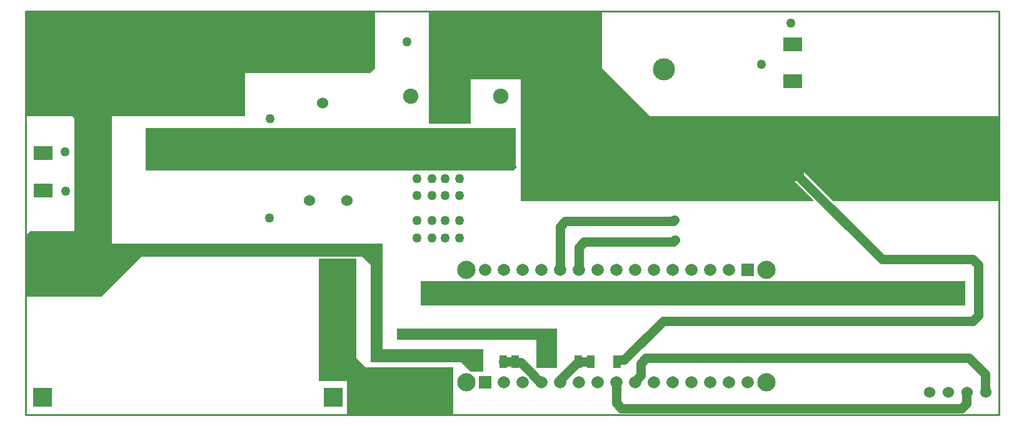
<source format=gbl>
G04*
G04 #@! TF.GenerationSoftware,Altium Limited,Altium Designer,20.1.7 (139)*
G04*
G04 Layer_Physical_Order=2*
G04 Layer_Color=16711680*
%FSLAX44Y44*%
%MOMM*%
G71*
G04*
G04 #@! TF.SameCoordinates,B5950D26-3139-43EA-A648-6E47058778E0*
G04*
G04*
G04 #@! TF.FilePolarity,Positive*
G04*
G01*
G75*
%ADD13C,0.2540*%
%ADD17R,1.0000X1.7000*%
%ADD47C,1.2700*%
%ADD48C,1.5240*%
%ADD49R,1.6650X1.6650*%
%ADD50C,1.6650*%
%ADD51C,2.4750*%
%ADD52R,2.0700X2.0700*%
%ADD53C,2.0700*%
%ADD54C,3.0000*%
%ADD55R,2.5000X1.9000*%
%ADD56R,2.5000X2.5000*%
%ADD57C,1.2700*%
G36*
X918210Y1207770D02*
X919480Y1206500D01*
X914400Y1201420D01*
X416560D01*
Y1258570D01*
X918210D01*
Y1207770D01*
D02*
G37*
G36*
X1035050Y1339850D02*
X1099820Y1275080D01*
X1572260D01*
X1572260Y1159510D01*
X1347911Y1159510D01*
X1304740Y1202680D01*
X1302883Y1204105D01*
X1300721Y1205001D01*
X1298400Y1205307D01*
X1295400D01*
X1293079Y1205001D01*
X1290917Y1204105D01*
X1289060Y1202680D01*
X1287635Y1200823D01*
X1286739Y1198661D01*
X1286433Y1196340D01*
X1286739Y1194019D01*
X1287635Y1191857D01*
X1289060Y1190000D01*
X1290917Y1188575D01*
X1293079Y1187679D01*
X1294578Y1187482D01*
X1321376Y1160683D01*
X1320890Y1159510D01*
X1155700Y1159510D01*
X924560D01*
X924560Y1324610D01*
X857250D01*
Y1264920D01*
X800100D01*
Y1417320D01*
X1035050D01*
Y1339850D01*
D02*
G37*
G36*
X1526540Y1032510D02*
Y1018540D01*
X789694D01*
Y1051560D01*
X1526540D01*
Y1032510D01*
D02*
G37*
G36*
X974090Y933450D02*
X946150D01*
Y972168D01*
X756920D01*
Y987408D01*
X974090D01*
Y933450D01*
D02*
G37*
G36*
X727710Y1339850D02*
X721360Y1333500D01*
X551180D01*
Y1275080D01*
X370840D01*
Y1102360D01*
X737870D01*
Y1019810D01*
Y1012190D01*
X737870Y1004570D01*
Y958850D01*
X873760D01*
Y928370D01*
X857250D01*
X844550Y941070D01*
X721360D01*
Y1073150D01*
X709930Y1084580D01*
X702560D01*
X702310Y1084630D01*
X651510Y1084630D01*
X651260Y1084580D01*
X411480D01*
X356870Y1029970D01*
X254000D01*
Y1112520D01*
X260350Y1118870D01*
X320040D01*
Y1272540D01*
X317500Y1275080D01*
X254000D01*
Y1417320D01*
X727710D01*
Y1339850D01*
D02*
G37*
G36*
X702310Y1082040D02*
X702310Y947420D01*
X715010Y934720D01*
X833120D01*
Y869950D01*
X689610D01*
Y915670D01*
X651510D01*
Y1082040D01*
X702310Y1082040D01*
D02*
G37*
D13*
X254000Y869950D02*
Y1417320D01*
Y869950D02*
X1572260D01*
Y1417320D01*
X254000D02*
X1572260D01*
D17*
X866420Y942340D02*
D03*
X901420D02*
D03*
X917220D02*
D03*
X952220D02*
D03*
X1003020Y942340D02*
D03*
X968020D02*
D03*
X1020090Y942340D02*
D03*
X1055090D02*
D03*
D47*
X934231Y931615D02*
X934231D01*
X917220Y942340D02*
X918570Y940990D01*
X924856D01*
X934231Y931615D01*
X934231D02*
X951446Y914400D01*
X952500D01*
X901420Y942340D02*
X917220D01*
X1003020Y942340D02*
X1015010D01*
X978656Y915156D02*
Y917976D01*
X1001670Y940990D01*
X1001670D01*
X1003020Y942340D01*
X1117600Y996950D02*
X1536880Y996950D01*
X1064975Y944325D02*
X1117600Y996950D01*
X1056640Y944325D02*
X1064975D01*
X1094559Y947420D02*
X1531620D01*
X1079500Y914400D02*
Y915469D01*
X1087120Y939980D02*
X1094559Y947420D01*
X1079500Y915469D02*
X1087120Y923089D01*
Y939980D01*
X977900Y914400D02*
X978656Y915156D01*
X1015010Y942340D02*
X1015010Y942340D01*
X1536880Y996950D02*
X1544320Y1004389D01*
Y1073331D01*
X1413970Y1080770D02*
X1536880D01*
X1544320Y1073331D01*
X1295400Y1196340D02*
X1298400D01*
X1413970Y1080770D01*
X1553994Y900916D02*
X1554480Y900430D01*
X1553994Y900916D02*
Y925046D01*
X1531620Y947420D02*
X1553994Y925046D01*
X1061540Y878840D02*
X1521640D01*
X1528594Y899944D02*
X1529080Y900430D01*
X1528594Y885794D02*
Y899944D01*
X1521640Y878840D02*
X1528594Y885794D01*
X1054100Y886280D02*
Y914400D01*
Y886280D02*
X1061540Y878840D01*
X1003300Y1066800D02*
Y1097460D01*
X1131570Y1104900D02*
X1134110Y1107440D01*
X1010740Y1104900D02*
X1131570D01*
X1003300Y1097460D02*
X1010740Y1104900D01*
X977900Y1066800D02*
Y1125400D01*
X1131570Y1132840D02*
X1132840Y1134110D01*
X985340Y1132840D02*
X1131570D01*
X977900Y1125400D02*
X985340Y1132840D01*
D48*
X1554480Y900430D02*
D03*
X1529080D02*
D03*
X1503680D02*
D03*
X1478280D02*
D03*
X656590Y1292860D02*
D03*
Y1343660D02*
D03*
X689610Y1160780D02*
D03*
X638810D02*
D03*
D49*
X876300Y914400D02*
D03*
X1231900Y1066800D02*
D03*
D50*
X901700Y914400D02*
D03*
X927100D02*
D03*
X952500D02*
D03*
X977900D02*
D03*
X1003300D02*
D03*
X1028700D02*
D03*
X1054100D02*
D03*
X1079500D02*
D03*
X1104900D02*
D03*
X1130300D02*
D03*
X1155700D02*
D03*
X1181100D02*
D03*
X1206500D02*
D03*
X1231900D02*
D03*
X1206500Y1066800D02*
D03*
X1181100D02*
D03*
X1155700D02*
D03*
X1130300D02*
D03*
X1104900D02*
D03*
X1079500D02*
D03*
X1054100D02*
D03*
X1028700D02*
D03*
X1003300D02*
D03*
X977900D02*
D03*
X952500D02*
D03*
X927100D02*
D03*
X901700D02*
D03*
X876300D02*
D03*
D51*
X850900Y914400D02*
D03*
Y1066800D02*
D03*
X1257300D02*
D03*
Y914400D02*
D03*
D52*
X826770Y1301750D02*
D03*
X948690D02*
D03*
D53*
X775970D02*
D03*
X897890D02*
D03*
D54*
X458470Y1219200D02*
D03*
Y1320200D02*
D03*
X1118870Y1337980D02*
D03*
Y1236980D02*
D03*
D55*
X1292860Y1372320D02*
D03*
Y1322070D02*
D03*
X278130Y1298490D02*
D03*
Y1348740D02*
D03*
Y1174500D02*
D03*
Y1224750D02*
D03*
X1295400Y1246590D02*
D03*
Y1196340D02*
D03*
D56*
X276860Y1065530D02*
D03*
Y894080D02*
D03*
X670560Y1065530D02*
D03*
Y894080D02*
D03*
D57*
X770890Y1375410D02*
D03*
X1250950Y1344930D02*
D03*
X1290320Y1400810D02*
D03*
X584200Y1136650D02*
D03*
X585470Y1271270D02*
D03*
X308610Y1173480D02*
D03*
X307340Y1226820D02*
D03*
X309880Y1296670D02*
D03*
Y1351280D02*
D03*
X1499870Y1024890D02*
D03*
Y1041400D02*
D03*
X801370Y1026160D02*
D03*
Y1043940D02*
D03*
X782320Y979170D02*
D03*
X767080D02*
D03*
X814070Y918210D02*
D03*
Y899160D02*
D03*
X815340Y880110D02*
D03*
X1134110Y1107440D02*
D03*
X1132840Y1134110D02*
D03*
X896620Y1219200D02*
D03*
X878840D02*
D03*
X784680Y1190350D02*
D03*
X804680D02*
D03*
X822930D02*
D03*
X841680D02*
D03*
X784680Y1167100D02*
D03*
X804680D02*
D03*
X822930D02*
D03*
X841680D02*
D03*
X784680Y1133600D02*
D03*
X804680D02*
D03*
X822930D02*
D03*
X841680D02*
D03*
X784680Y1110100D02*
D03*
X804680D02*
D03*
X822930D02*
D03*
X841680D02*
D03*
M02*

</source>
